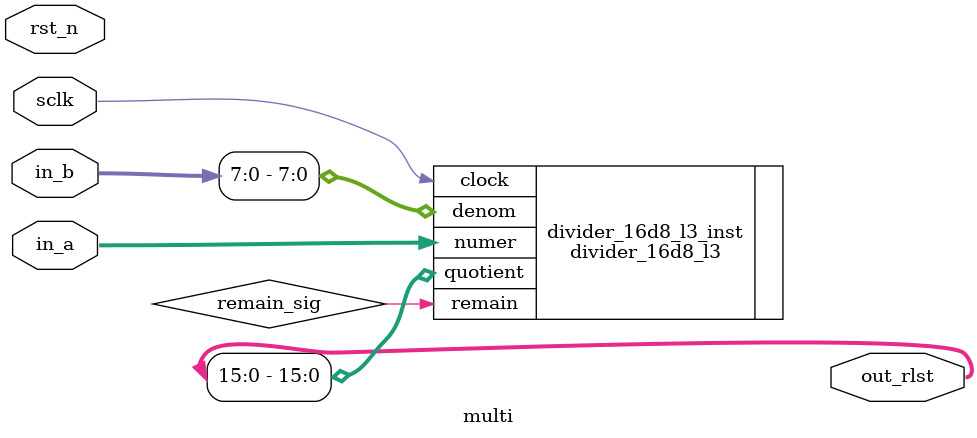
<source format=v>
module multi(
    input wire          sclk,
    input wire          rst_n,
    input wire  [15:0]  in_a,
    input wire  [15:0]  in_b,
    output wire [31:0]  out_rlst    
);
//乘法器
// multi_16_16_l1	multi_16_16_l1_inst (
	// .clock ( sclk ),
	// .dataa ( in_a ),
	// .datab ( in_b ),
	// .result ( out_rlst )
	// );
//除法器
divider_16d8_l3	divider_16d8_l3_inst (
	.clock ( sclk ),
	.denom ( in_b[7:0] ),//除数
	.numer ( in_a ),//被除数
	.quotient ( out_rlst[15:0] ),
	.remain ( remain_sig )
	);
    
endmodule 
</source>
